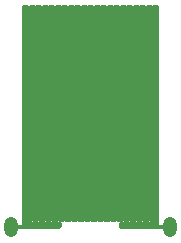
<source format=gts>
G04*
G04 #@! TF.GenerationSoftware,Altium Limited,Altium Designer,21.4.1 (30)*
G04*
G04 Layer_Color=8388736*
%FSAX44Y44*%
%MOMM*%
G71*
G04*
G04 #@! TF.SameCoordinates,AAF776F8-FBBB-4BB9-BD60-B29B690429C4*
G04*
G04*
G04 #@! TF.FilePolarity,Negative*
G04*
G01*
G75*
%ADD12O,1.2032X1.7032*%
%ADD13C,0.3142*%
D12*
X00008000Y00010500D02*
D03*
X00142000D02*
D03*
D13*
X00018750Y00013500D02*
X00048350D01*
Y00010500D02*
X00049000Y00011150D01*
X00048350Y00013500D02*
X00049000Y00012850D01*
X00013000Y00010500D02*
X00048350D01*
X00049000Y00011150D02*
Y00012850D01*
X00101150Y00010500D02*
X00137000D01*
X00100500Y00011150D02*
Y00012850D01*
X00101150Y00013500D02*
X00131500D01*
X00100500Y00012850D02*
X00101150Y00013500D01*
X00100500Y00011150D02*
X00101150Y00010500D01*
X00128750Y00196500D02*
X00131500D01*
X00024250D02*
X00027000D01*
X00029750D02*
X00032500D01*
X00032500Y00196500D01*
X00038000D02*
X00038000Y00196500D01*
X00035250Y00196500D02*
X00038000D01*
X00040750Y00196500D02*
X00043500D01*
X00043500Y00196500D01*
X00046250D02*
X00049000D01*
X00051750D02*
X00054500D01*
X00054500Y00196500D01*
X00060000D02*
X00060000Y00196500D01*
X00057250Y00196500D02*
X00060000D01*
X00065500Y00196500D02*
X00065500Y00196500D01*
X00062750Y00196500D02*
X00065500D01*
X00068250Y00196500D02*
X00071000D01*
X00076500D02*
X00076500Y00196500D01*
X00073750Y00196500D02*
X00076500D01*
X00082000Y00196500D02*
X00082000Y00196500D01*
X00079250Y00196500D02*
X00082000D01*
X00084750Y00196500D02*
X00087500D01*
X00087500Y00196500D01*
X00090250D02*
X00093000D01*
X00095750D02*
X00098500D01*
X00098500Y00196500D01*
X00101250D02*
X00104000D01*
X00104000Y00196500D01*
X00106750D02*
X00109500D01*
X00109500Y00196500D01*
X00112250D02*
X00115000D01*
X00117750D02*
X00120500D01*
X00120500Y00196500D01*
X00123250D02*
X00126000D01*
X00126000Y00196500D01*
X00128750Y00016500D02*
X00128750Y00016500D01*
X00126000Y00016500D02*
X00128750D01*
X00123250Y00016500D02*
X00123250Y00016500D01*
X00120500Y00016500D02*
X00123250D01*
X00115000D02*
X00117750D01*
X00112250Y00016500D02*
X00112250Y00016500D01*
X00109500Y00016500D02*
X00112250D01*
X00106750Y00016500D02*
X00106750Y00016500D01*
X00104000Y00016500D02*
X00106750D01*
X00101250Y00016500D02*
X00101250Y00016500D01*
X00098500Y00016500D02*
X00101250D01*
X00093000D02*
X00095750D01*
X00090250Y00016500D02*
X00090250Y00016500D01*
X00087500Y00016500D02*
X00090250D01*
X00082000Y00016500D02*
X00084750D01*
X00084750Y00016500D01*
X00076500Y00016500D02*
X00079250D01*
X00079250Y00016500D01*
X00071000Y00016500D02*
X00073750D01*
X00065500Y00016500D02*
X00068250D01*
X00068250Y00016500D01*
X00060000Y00016500D02*
X00062750D01*
X00062750Y00016500D01*
X00057250Y00016500D02*
X00057250Y00016500D01*
X00054500Y00016500D02*
X00057250D01*
X00049000D02*
X00051750D01*
X00046250Y00016500D02*
X00046250Y00016500D01*
X00043500Y00016500D02*
X00046250D01*
X00038000Y00016500D02*
X00040750D01*
X00040750Y00016500D01*
X00035250D02*
X00035250Y00016500D01*
X00032500Y00016500D02*
X00035250D01*
X00027000D02*
X00029750D01*
X00021500Y00016500D02*
X00024250D01*
X00024250Y00016500D01*
X00018750Y00196500D02*
X00021500D01*
X00128750Y00016500D02*
Y00196500D01*
X00131500Y00013500D02*
Y00196500D01*
X00106750Y00016500D02*
Y00196500D01*
X00109500Y00016500D02*
Y00196500D01*
X00115000Y00016500D02*
Y00196500D01*
X00112250Y00016500D02*
Y00196500D01*
X00123250Y00016500D02*
Y00196500D01*
X00126000Y00016500D02*
Y00196500D01*
X00120500Y00016500D02*
Y00196500D01*
X00117750Y00016500D02*
Y00196500D01*
X00084750Y00016500D02*
Y00196500D01*
X00087500Y00016500D02*
Y00196500D01*
X00093000Y00016500D02*
Y00196500D01*
X00090250Y00016500D02*
Y00196500D01*
X00101250Y00016500D02*
Y00196500D01*
X00104000Y00016500D02*
Y00196500D01*
X00098500Y00016500D02*
Y00196500D01*
X00095750Y00016500D02*
Y00196500D01*
X00062750Y00016500D02*
Y00196500D01*
X00065500Y00016500D02*
Y00196500D01*
X00071000Y00016500D02*
Y00196500D01*
X00068250Y00016500D02*
Y00196500D01*
X00079250Y00016500D02*
Y00196500D01*
X00082000Y00016500D02*
Y00196500D01*
X00076500Y00016500D02*
Y00196500D01*
X00073750Y00016500D02*
Y00196500D01*
X00040750Y00016500D02*
Y00196500D01*
X00043500Y00016500D02*
Y00196500D01*
X00049000Y00016500D02*
Y00196500D01*
X00046250Y00016500D02*
Y00196500D01*
X00057250Y00016500D02*
Y00196500D01*
X00060000Y00016500D02*
Y00196500D01*
X00054500Y00016500D02*
Y00196500D01*
X00051750Y00016500D02*
Y00196500D01*
X00029750Y00016500D02*
Y00196500D01*
X00032500Y00016500D02*
Y00196500D01*
X00038000Y00016500D02*
Y00196500D01*
X00035250Y00016500D02*
Y00196500D01*
X00024250Y00016500D02*
Y00196500D01*
X00027000Y00016500D02*
Y00196500D01*
X00021500Y00016500D02*
Y00196500D01*
X00018750Y00013500D02*
Y00196500D01*
M02*

</source>
